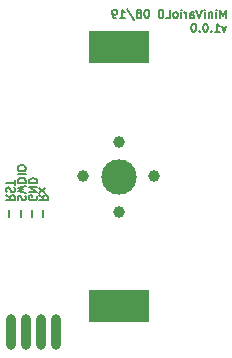
<source format=gbr>
G04 #@! TF.GenerationSoftware,KiCad,Pcbnew,5.1.4-e60b266~84~ubuntu16.04.1*
G04 #@! TF.CreationDate,2019-11-09T12:49:13+01:00*
G04 #@! TF.ProjectId,MiniVarioL0,4d696e69-5661-4726-996f-4c302e6b6963,v1.0.0*
G04 #@! TF.SameCoordinates,PX84157a0PY7270e00*
G04 #@! TF.FileFunction,Soldermask,Bot*
G04 #@! TF.FilePolarity,Negative*
%FSLAX46Y46*%
G04 Gerber Fmt 4.6, Leading zero omitted, Abs format (unit mm)*
G04 Created by KiCad (PCBNEW 5.1.4-e60b266~84~ubuntu16.04.1) date 2019-11-09 12:49:13*
%MOMM*%
%LPD*%
G04 APERTURE LIST*
%ADD10C,0.127000*%
%ADD11R,5.080000X2.790000*%
%ADD12C,3.000000*%
%ADD13C,1.000000*%
%ADD14O,0.800000X3.000000*%
G04 APERTURE END LIST*
D10*
X3550000Y11599217D02*
X3550000Y12132550D01*
X3283333Y13399217D02*
X3616666Y13165884D01*
X3283333Y12999217D02*
X3983333Y12999217D01*
X3983333Y13265884D01*
X3950000Y13332550D01*
X3916666Y13365884D01*
X3850000Y13399217D01*
X3750000Y13399217D01*
X3683333Y13365884D01*
X3650000Y13332550D01*
X3616666Y13265884D01*
X3616666Y12999217D01*
X3283333Y13632550D02*
X3750000Y13999217D01*
X3750000Y13632550D02*
X3283333Y13999217D01*
X1700000Y11599217D02*
X1700000Y12132550D01*
X1466666Y12965884D02*
X1433333Y13065884D01*
X1433333Y13232550D01*
X1466666Y13299217D01*
X1500000Y13332550D01*
X1566666Y13365884D01*
X1633333Y13365884D01*
X1700000Y13332550D01*
X1733333Y13299217D01*
X1766666Y13232550D01*
X1800000Y13099217D01*
X1833333Y13032550D01*
X1866666Y12999217D01*
X1933333Y12965884D01*
X2000000Y12965884D01*
X2066666Y12999217D01*
X2100000Y13032550D01*
X2133333Y13099217D01*
X2133333Y13265884D01*
X2100000Y13365884D01*
X2133333Y13599217D02*
X1433333Y13765884D01*
X1933333Y13899217D01*
X1433333Y14032550D01*
X2133333Y14199217D01*
X1433333Y14465884D02*
X2133333Y14465884D01*
X2133333Y14632550D01*
X2100000Y14732550D01*
X2033333Y14799217D01*
X1966666Y14832550D01*
X1833333Y14865884D01*
X1733333Y14865884D01*
X1600000Y14832550D01*
X1533333Y14799217D01*
X1466666Y14732550D01*
X1433333Y14632550D01*
X1433333Y14465884D01*
X1433333Y15165884D02*
X2133333Y15165884D01*
X2133333Y15632550D02*
X2133333Y15765884D01*
X2100000Y15832550D01*
X2033333Y15899217D01*
X1900000Y15932550D01*
X1666666Y15932550D01*
X1533333Y15899217D01*
X1466666Y15832550D01*
X1433333Y15765884D01*
X1433333Y15632550D01*
X1466666Y15565884D01*
X1533333Y15499217D01*
X1666666Y15465884D01*
X1900000Y15465884D01*
X2033333Y15499217D01*
X2100000Y15565884D01*
X2133333Y15632550D01*
X750000Y11599217D02*
X750000Y12132550D01*
X483333Y13399217D02*
X816666Y13165884D01*
X483333Y12999217D02*
X1183333Y12999217D01*
X1183333Y13265884D01*
X1150000Y13332550D01*
X1116666Y13365884D01*
X1050000Y13399217D01*
X950000Y13399217D01*
X883333Y13365884D01*
X850000Y13332550D01*
X816666Y13265884D01*
X816666Y12999217D01*
X516666Y13665884D02*
X483333Y13765884D01*
X483333Y13932550D01*
X516666Y13999217D01*
X550000Y14032550D01*
X616666Y14065884D01*
X683333Y14065884D01*
X750000Y14032550D01*
X783333Y13999217D01*
X816666Y13932550D01*
X850000Y13799217D01*
X883333Y13732550D01*
X916666Y13699217D01*
X983333Y13665884D01*
X1050000Y13665884D01*
X1116666Y13699217D01*
X1150000Y13732550D01*
X1183333Y13799217D01*
X1183333Y13965884D01*
X1150000Y14065884D01*
X1183333Y14265884D02*
X1183333Y14665884D01*
X483333Y14465884D02*
X1183333Y14465884D01*
X2650000Y11599217D02*
X2650000Y12132550D01*
X3050000Y13365884D02*
X3083333Y13299217D01*
X3083333Y13199217D01*
X3050000Y13099217D01*
X2983333Y13032550D01*
X2916666Y12999217D01*
X2783333Y12965884D01*
X2683333Y12965884D01*
X2550000Y12999217D01*
X2483333Y13032550D01*
X2416666Y13099217D01*
X2383333Y13199217D01*
X2383333Y13265884D01*
X2416666Y13365884D01*
X2450000Y13399217D01*
X2683333Y13399217D01*
X2683333Y13265884D01*
X2383333Y13699217D02*
X3083333Y13699217D01*
X2383333Y14099217D01*
X3083333Y14099217D01*
X2383333Y14432550D02*
X3083333Y14432550D01*
X3083333Y14599217D01*
X3050000Y14699217D01*
X2983333Y14765884D01*
X2916666Y14799217D01*
X2783333Y14832550D01*
X2683333Y14832550D01*
X2550000Y14799217D01*
X2483333Y14765884D01*
X2416666Y14699217D01*
X2383333Y14599217D01*
X2383333Y14432550D01*
X19050783Y28421834D02*
X19050783Y29121834D01*
X18817450Y28621834D01*
X18584116Y29121834D01*
X18584116Y28421834D01*
X18250783Y28421834D02*
X18250783Y28888500D01*
X18250783Y29121834D02*
X18284116Y29088500D01*
X18250783Y29055167D01*
X18217450Y29088500D01*
X18250783Y29121834D01*
X18250783Y29055167D01*
X17917450Y28888500D02*
X17917450Y28421834D01*
X17917450Y28821834D02*
X17884116Y28855167D01*
X17817450Y28888500D01*
X17717450Y28888500D01*
X17650783Y28855167D01*
X17617450Y28788500D01*
X17617450Y28421834D01*
X17284116Y28421834D02*
X17284116Y28888500D01*
X17284116Y29121834D02*
X17317450Y29088500D01*
X17284116Y29055167D01*
X17250783Y29088500D01*
X17284116Y29121834D01*
X17284116Y29055167D01*
X17050783Y29121834D02*
X16817450Y28421834D01*
X16584116Y29121834D01*
X16050783Y28421834D02*
X16050783Y28788500D01*
X16084116Y28855167D01*
X16150783Y28888500D01*
X16284116Y28888500D01*
X16350783Y28855167D01*
X16050783Y28455167D02*
X16117450Y28421834D01*
X16284116Y28421834D01*
X16350783Y28455167D01*
X16384116Y28521834D01*
X16384116Y28588500D01*
X16350783Y28655167D01*
X16284116Y28688500D01*
X16117450Y28688500D01*
X16050783Y28721834D01*
X15717450Y28421834D02*
X15717450Y28888500D01*
X15717450Y28755167D02*
X15684116Y28821834D01*
X15650783Y28855167D01*
X15584116Y28888500D01*
X15517450Y28888500D01*
X15284116Y28421834D02*
X15284116Y28888500D01*
X15284116Y29121834D02*
X15317450Y29088500D01*
X15284116Y29055167D01*
X15250783Y29088500D01*
X15284116Y29121834D01*
X15284116Y29055167D01*
X14850783Y28421834D02*
X14917450Y28455167D01*
X14950783Y28488500D01*
X14984116Y28555167D01*
X14984116Y28755167D01*
X14950783Y28821834D01*
X14917450Y28855167D01*
X14850783Y28888500D01*
X14750783Y28888500D01*
X14684116Y28855167D01*
X14650783Y28821834D01*
X14617450Y28755167D01*
X14617450Y28555167D01*
X14650783Y28488500D01*
X14684116Y28455167D01*
X14750783Y28421834D01*
X14850783Y28421834D01*
X13984116Y28421834D02*
X14317450Y28421834D01*
X14317450Y29121834D01*
X13617450Y29121834D02*
X13550783Y29121834D01*
X13484116Y29088500D01*
X13450783Y29055167D01*
X13417450Y28988500D01*
X13384116Y28855167D01*
X13384116Y28688500D01*
X13417450Y28555167D01*
X13450783Y28488500D01*
X13484116Y28455167D01*
X13550783Y28421834D01*
X13617450Y28421834D01*
X13684116Y28455167D01*
X13717450Y28488500D01*
X13750783Y28555167D01*
X13784116Y28688500D01*
X13784116Y28855167D01*
X13750783Y28988500D01*
X13717450Y29055167D01*
X13684116Y29088500D01*
X13617450Y29121834D01*
X12417450Y29121834D02*
X12350783Y29121834D01*
X12284116Y29088500D01*
X12250783Y29055167D01*
X12217450Y28988500D01*
X12184116Y28855167D01*
X12184116Y28688500D01*
X12217450Y28555167D01*
X12250783Y28488500D01*
X12284116Y28455167D01*
X12350783Y28421834D01*
X12417450Y28421834D01*
X12484116Y28455167D01*
X12517450Y28488500D01*
X12550783Y28555167D01*
X12584116Y28688500D01*
X12584116Y28855167D01*
X12550783Y28988500D01*
X12517450Y29055167D01*
X12484116Y29088500D01*
X12417450Y29121834D01*
X11784116Y28821834D02*
X11850783Y28855167D01*
X11884116Y28888500D01*
X11917450Y28955167D01*
X11917450Y28988500D01*
X11884116Y29055167D01*
X11850783Y29088500D01*
X11784116Y29121834D01*
X11650783Y29121834D01*
X11584116Y29088500D01*
X11550783Y29055167D01*
X11517450Y28988500D01*
X11517450Y28955167D01*
X11550783Y28888500D01*
X11584116Y28855167D01*
X11650783Y28821834D01*
X11784116Y28821834D01*
X11850783Y28788500D01*
X11884116Y28755167D01*
X11917450Y28688500D01*
X11917450Y28555167D01*
X11884116Y28488500D01*
X11850783Y28455167D01*
X11784116Y28421834D01*
X11650783Y28421834D01*
X11584116Y28455167D01*
X11550783Y28488500D01*
X11517450Y28555167D01*
X11517450Y28688500D01*
X11550783Y28755167D01*
X11584116Y28788500D01*
X11650783Y28821834D01*
X10717450Y29155167D02*
X11317450Y28255167D01*
X10117450Y28421834D02*
X10517450Y28421834D01*
X10317450Y28421834D02*
X10317450Y29121834D01*
X10384116Y29021834D01*
X10450783Y28955167D01*
X10517450Y28921834D01*
X9784116Y28421834D02*
X9650783Y28421834D01*
X9584116Y28455167D01*
X9550783Y28488500D01*
X9484116Y28588500D01*
X9450783Y28721834D01*
X9450783Y28988500D01*
X9484116Y29055167D01*
X9517450Y29088500D01*
X9584116Y29121834D01*
X9717450Y29121834D01*
X9784116Y29088500D01*
X9817450Y29055167D01*
X9850783Y28988500D01*
X9850783Y28821834D01*
X9817450Y28755167D01*
X9784116Y28721834D01*
X9717450Y28688500D01*
X9584116Y28688500D01*
X9517450Y28721834D01*
X9484116Y28755167D01*
X9450783Y28821834D01*
X19117450Y27711500D02*
X18950783Y27244834D01*
X18784116Y27711500D01*
X18150783Y27244834D02*
X18550783Y27244834D01*
X18350783Y27244834D02*
X18350783Y27944834D01*
X18417450Y27844834D01*
X18484116Y27778167D01*
X18550783Y27744834D01*
X17850783Y27311500D02*
X17817450Y27278167D01*
X17850783Y27244834D01*
X17884116Y27278167D01*
X17850783Y27311500D01*
X17850783Y27244834D01*
X17384116Y27944834D02*
X17317450Y27944834D01*
X17250783Y27911500D01*
X17217450Y27878167D01*
X17184116Y27811500D01*
X17150783Y27678167D01*
X17150783Y27511500D01*
X17184116Y27378167D01*
X17217450Y27311500D01*
X17250783Y27278167D01*
X17317450Y27244834D01*
X17384116Y27244834D01*
X17450783Y27278167D01*
X17484116Y27311500D01*
X17517450Y27378167D01*
X17550783Y27511500D01*
X17550783Y27678167D01*
X17517450Y27811500D01*
X17484116Y27878167D01*
X17450783Y27911500D01*
X17384116Y27944834D01*
X16850783Y27311500D02*
X16817450Y27278167D01*
X16850783Y27244834D01*
X16884116Y27278167D01*
X16850783Y27311500D01*
X16850783Y27244834D01*
X16384116Y27944834D02*
X16317450Y27944834D01*
X16250783Y27911500D01*
X16217450Y27878167D01*
X16184116Y27811500D01*
X16150783Y27678167D01*
X16150783Y27511500D01*
X16184116Y27378167D01*
X16217450Y27311500D01*
X16250783Y27278167D01*
X16317450Y27244834D01*
X16384116Y27244834D01*
X16450783Y27278167D01*
X16484116Y27311500D01*
X16517450Y27378167D01*
X16550783Y27511500D01*
X16550783Y27678167D01*
X16517450Y27811500D01*
X16484116Y27878167D01*
X16450783Y27911500D01*
X16384116Y27944834D01*
D11*
X10000000Y4000000D03*
X10000000Y25970000D03*
D12*
X10000000Y14985000D03*
D13*
X10000000Y12000000D03*
X7000000Y15000000D03*
X13000000Y15000000D03*
X10000000Y17950000D03*
D14*
X845000Y1850000D03*
X2115000Y1850000D03*
X3385000Y1850000D03*
X4655000Y1850000D03*
M02*

</source>
